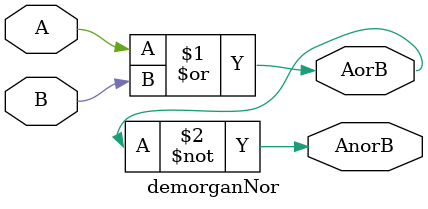
<source format=v>
module demorganNor
(
  input  A,          // Single bit inputs
  input  B,
  output AorB,         
  output AnorB     // Single bit output, ~(A*B)
);

  wire AorB;
  or orgate(AorB, A, B);
  not ABinv(AnorB, AorB);

endmodule

</source>
